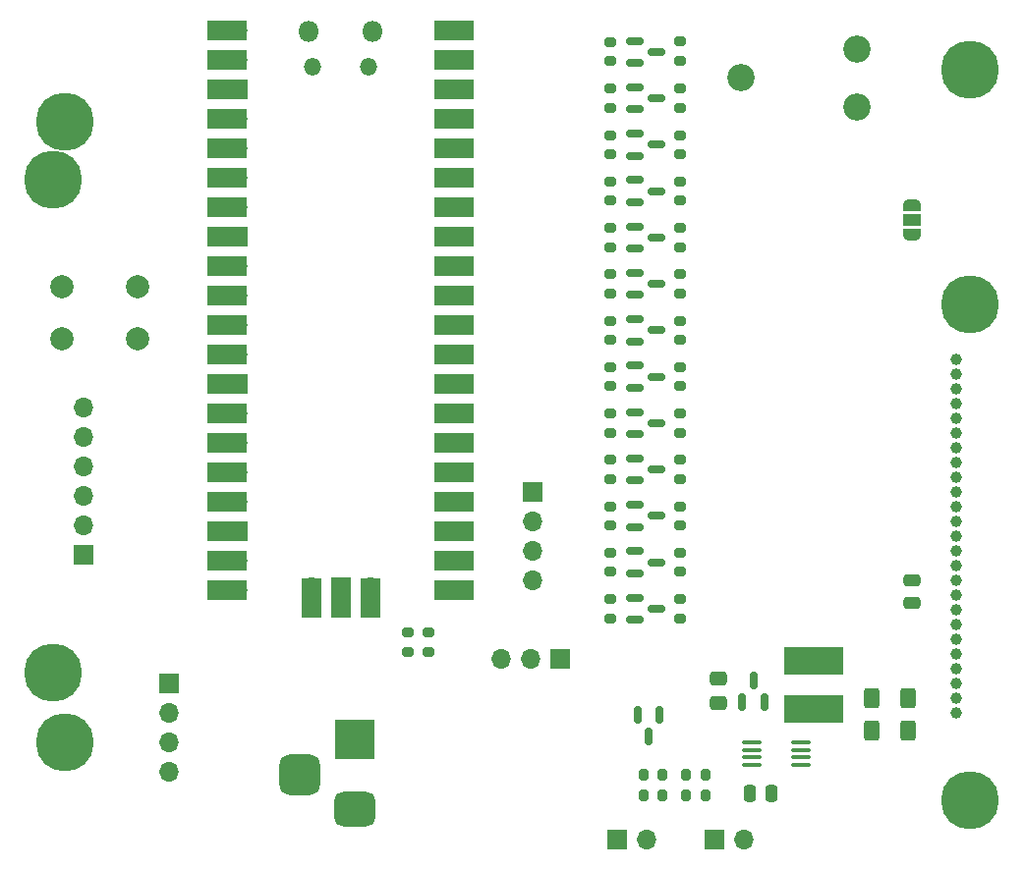
<source format=gbs>
%TF.GenerationSoftware,KiCad,Pcbnew,(6.0.7)*%
%TF.CreationDate,2023-01-31T21:17:35+00:00*%
%TF.ProjectId,dmf-5008-backpack,646d662d-3530-4303-982d-6261636b7061,rev?*%
%TF.SameCoordinates,Original*%
%TF.FileFunction,Soldermask,Bot*%
%TF.FilePolarity,Negative*%
%FSLAX46Y46*%
G04 Gerber Fmt 4.6, Leading zero omitted, Abs format (unit mm)*
G04 Created by KiCad (PCBNEW (6.0.7)) date 2023-01-31 21:17:35*
%MOMM*%
%LPD*%
G01*
G04 APERTURE LIST*
G04 Aperture macros list*
%AMRoundRect*
0 Rectangle with rounded corners*
0 $1 Rounding radius*
0 $2 $3 $4 $5 $6 $7 $8 $9 X,Y pos of 4 corners*
0 Add a 4 corners polygon primitive as box body*
4,1,4,$2,$3,$4,$5,$6,$7,$8,$9,$2,$3,0*
0 Add four circle primitives for the rounded corners*
1,1,$1+$1,$2,$3*
1,1,$1+$1,$4,$5*
1,1,$1+$1,$6,$7*
1,1,$1+$1,$8,$9*
0 Add four rect primitives between the rounded corners*
20,1,$1+$1,$2,$3,$4,$5,0*
20,1,$1+$1,$4,$5,$6,$7,0*
20,1,$1+$1,$6,$7,$8,$9,0*
20,1,$1+$1,$8,$9,$2,$3,0*%
%AMFreePoly0*
4,1,22,0.550000,-0.750000,0.000000,-0.750000,0.000000,-0.745033,-0.079941,-0.743568,-0.215256,-0.701293,-0.333266,-0.622738,-0.424486,-0.514219,-0.481581,-0.384460,-0.499164,-0.250000,-0.500000,-0.250000,-0.500000,0.250000,-0.499164,0.250000,-0.499963,0.256109,-0.478152,0.396186,-0.417904,0.524511,-0.324060,0.630769,-0.204165,0.706417,-0.067858,0.745374,0.000000,0.744959,0.000000,0.750000,
0.550000,0.750000,0.550000,-0.750000,0.550000,-0.750000,$1*%
%AMFreePoly1*
4,1,20,0.000000,0.744959,0.073905,0.744508,0.209726,0.703889,0.328688,0.626782,0.421226,0.519385,0.479903,0.390333,0.500000,0.250000,0.500000,-0.250000,0.499851,-0.262216,0.476331,-0.402017,0.414519,-0.529596,0.319384,-0.634700,0.198574,-0.708877,0.061801,-0.746166,0.000000,-0.745033,0.000000,-0.750000,-0.550000,-0.750000,-0.550000,0.750000,0.000000,0.750000,0.000000,0.744959,
0.000000,0.744959,$1*%
G04 Aperture macros list end*
%ADD10C,5.000000*%
%ADD11C,1.000000*%
%ADD12RoundRect,0.150000X-0.587500X-0.150000X0.587500X-0.150000X0.587500X0.150000X-0.587500X0.150000X0*%
%ADD13RoundRect,0.200000X0.275000X-0.200000X0.275000X0.200000X-0.275000X0.200000X-0.275000X-0.200000X0*%
%ADD14RoundRect,0.150000X-0.150000X0.587500X-0.150000X-0.587500X0.150000X-0.587500X0.150000X0.587500X0*%
%ADD15C,2.000000*%
%ADD16RoundRect,0.200000X0.200000X0.275000X-0.200000X0.275000X-0.200000X-0.275000X0.200000X-0.275000X0*%
%ADD17R,1.700000X1.700000*%
%ADD18O,1.700000X1.700000*%
%ADD19R,3.500000X3.500000*%
%ADD20RoundRect,0.750000X1.000000X-0.750000X1.000000X0.750000X-1.000000X0.750000X-1.000000X-0.750000X0*%
%ADD21RoundRect,0.875000X0.875000X-0.875000X0.875000X0.875000X-0.875000X0.875000X-0.875000X-0.875000X0*%
%ADD22RoundRect,0.200000X-0.200000X-0.275000X0.200000X-0.275000X0.200000X0.275000X-0.200000X0.275000X0*%
%ADD23RoundRect,0.250000X-0.250000X-0.475000X0.250000X-0.475000X0.250000X0.475000X-0.250000X0.475000X0*%
%ADD24RoundRect,0.250000X-0.400000X-0.625000X0.400000X-0.625000X0.400000X0.625000X-0.400000X0.625000X0*%
%ADD25RoundRect,0.250000X-0.475000X0.250000X-0.475000X-0.250000X0.475000X-0.250000X0.475000X0.250000X0*%
%ADD26C,2.340000*%
%ADD27RoundRect,0.250000X-0.475000X0.337500X-0.475000X-0.337500X0.475000X-0.337500X0.475000X0.337500X0*%
%ADD28FreePoly0,270.000000*%
%ADD29R,1.500000X1.000000*%
%ADD30FreePoly1,270.000000*%
%ADD31O,1.500000X1.500000*%
%ADD32O,1.800000X1.800000*%
%ADD33R,3.500000X1.700000*%
%ADD34R,1.700000X3.500000*%
%ADD35R,5.100000X2.350000*%
%ADD36RoundRect,0.150000X0.150000X-0.587500X0.150000X0.587500X-0.150000X0.587500X-0.150000X-0.587500X0*%
%ADD37RoundRect,0.100000X-0.712500X-0.100000X0.712500X-0.100000X0.712500X0.100000X-0.712500X0.100000X0*%
G04 APERTURE END LIST*
D10*
X105500000Y-124000000D03*
X104500000Y-75500000D03*
X183500000Y-66000000D03*
X105500000Y-70500000D03*
X104500000Y-118000000D03*
X183500000Y-129000000D03*
X183500000Y-86250000D03*
D11*
X182300000Y-121500000D03*
X182300000Y-120230000D03*
X182300000Y-118960000D03*
X182300000Y-117690000D03*
X182300000Y-116420000D03*
X182300000Y-115150000D03*
X182300000Y-113880000D03*
X182300000Y-112610000D03*
X182300000Y-111340000D03*
X182300000Y-110070000D03*
X182300000Y-108800000D03*
X182300000Y-107530000D03*
X182300000Y-106260000D03*
X182300000Y-104990000D03*
X182300000Y-103720000D03*
X182300000Y-102450000D03*
X182300000Y-101180000D03*
X182300000Y-99910000D03*
X182300000Y-98640000D03*
X182300000Y-97370000D03*
X182300000Y-96100000D03*
X182300000Y-94830000D03*
X182300000Y-93560000D03*
X182300000Y-92290000D03*
X182300000Y-91020000D03*
D12*
X154562500Y-93450000D03*
X154562500Y-91550000D03*
X156437500Y-92500000D03*
D13*
X152450000Y-101325000D03*
X152450000Y-99675000D03*
D14*
X154850000Y-121662500D03*
X156750000Y-121662500D03*
X155800000Y-123537500D03*
D15*
X111750000Y-89250000D03*
X105250000Y-89250000D03*
X105250000Y-84750000D03*
X111750000Y-84750000D03*
D13*
X152450000Y-69325000D03*
X152450000Y-67675000D03*
X158500000Y-69325000D03*
X158500000Y-67675000D03*
X158500000Y-113325000D03*
X158500000Y-111675000D03*
D16*
X156975000Y-126800000D03*
X155325000Y-126800000D03*
D17*
X145750000Y-102420000D03*
D18*
X145750000Y-104960000D03*
X145750000Y-107500000D03*
X145750000Y-110040000D03*
D13*
X152450000Y-77325000D03*
X152450000Y-75675000D03*
D17*
X161460000Y-132400000D03*
D18*
X164000000Y-132400000D03*
D19*
X130442500Y-123800000D03*
D20*
X130442500Y-129800000D03*
D21*
X125742500Y-126800000D03*
D13*
X158500000Y-105325000D03*
X158500000Y-103675000D03*
X158500000Y-101325000D03*
X158500000Y-99675000D03*
X152450000Y-109325000D03*
X152450000Y-107675000D03*
D12*
X154562500Y-81450000D03*
X154562500Y-79550000D03*
X156437500Y-80500000D03*
D13*
X158500000Y-81325000D03*
X158500000Y-79675000D03*
D22*
X159000000Y-128600000D03*
X160650000Y-128600000D03*
D13*
X136800000Y-116200000D03*
X136800000Y-114550000D03*
D23*
X164500000Y-128400000D03*
X166400000Y-128400000D03*
D12*
X154562500Y-65450000D03*
X154562500Y-63550000D03*
X156437500Y-64500000D03*
D22*
X155325000Y-128600000D03*
X156975000Y-128600000D03*
D13*
X152450000Y-89325000D03*
X152450000Y-87675000D03*
D17*
X107100000Y-107850000D03*
D18*
X107100000Y-105310000D03*
X107100000Y-102770000D03*
X107100000Y-100230000D03*
X107100000Y-97690000D03*
X107100000Y-95150000D03*
D12*
X154562500Y-89450000D03*
X154562500Y-87550000D03*
X156437500Y-88500000D03*
D13*
X152450000Y-93325000D03*
X152450000Y-91675000D03*
D12*
X154562500Y-73450000D03*
X154562500Y-71550000D03*
X156437500Y-72500000D03*
D24*
X175000000Y-120200000D03*
X178100000Y-120200000D03*
X175000000Y-123000000D03*
X178100000Y-123000000D03*
D13*
X158500000Y-65250000D03*
X158500000Y-63600000D03*
X152450000Y-81325000D03*
X152450000Y-79675000D03*
X158500000Y-73325000D03*
X158500000Y-71675000D03*
D12*
X154562500Y-77450000D03*
X154562500Y-75550000D03*
X156437500Y-76500000D03*
X154562500Y-69450000D03*
X154562500Y-67550000D03*
X156437500Y-68500000D03*
D17*
X148200000Y-116800000D03*
D18*
X145660000Y-116800000D03*
X143120000Y-116800000D03*
D25*
X178500000Y-110100000D03*
X178500000Y-112000000D03*
D12*
X154562500Y-101450000D03*
X154562500Y-99550000D03*
X156437500Y-100500000D03*
D13*
X158500000Y-109325000D03*
X158500000Y-107675000D03*
X152450000Y-65300000D03*
X152450000Y-63650000D03*
D26*
X173750000Y-69250000D03*
X163750000Y-66750000D03*
X173750000Y-64250000D03*
D27*
X161800000Y-118562500D03*
X161800000Y-120637500D03*
D13*
X158500000Y-93325000D03*
X158500000Y-91675000D03*
D16*
X160650000Y-126800000D03*
X159000000Y-126800000D03*
D12*
X154562500Y-113450000D03*
X154562500Y-111550000D03*
X156437500Y-112500000D03*
D13*
X152450000Y-105325000D03*
X152450000Y-103675000D03*
X152450000Y-85325000D03*
X152450000Y-83675000D03*
X158500000Y-85325000D03*
X158500000Y-83675000D03*
D17*
X114500000Y-118960000D03*
D18*
X114500000Y-121500000D03*
X114500000Y-124040000D03*
X114500000Y-126580000D03*
D12*
X154562500Y-85450000D03*
X154562500Y-83550000D03*
X156437500Y-84500000D03*
X154562500Y-109450000D03*
X154562500Y-107550000D03*
X156437500Y-108500000D03*
D13*
X158500000Y-77325000D03*
X158500000Y-75675000D03*
D17*
X153060000Y-132400000D03*
D18*
X155600000Y-132400000D03*
D28*
X178500000Y-77700000D03*
D29*
X178500000Y-79000000D03*
D30*
X178500000Y-80300000D03*
D31*
X131675000Y-65780000D03*
D32*
X126525000Y-62750000D03*
X131975000Y-62750000D03*
D31*
X126825000Y-65780000D03*
D18*
X138140000Y-62620000D03*
D33*
X139040000Y-62620000D03*
X139040000Y-65160000D03*
D18*
X138140000Y-65160000D03*
D17*
X138140000Y-67700000D03*
D33*
X139040000Y-67700000D03*
D18*
X138140000Y-70240000D03*
D33*
X139040000Y-70240000D03*
X139040000Y-72780000D03*
D18*
X138140000Y-72780000D03*
X138140000Y-75320000D03*
D33*
X139040000Y-75320000D03*
D18*
X138140000Y-77860000D03*
D33*
X139040000Y-77860000D03*
X139040000Y-80400000D03*
D17*
X138140000Y-80400000D03*
D33*
X139040000Y-82940000D03*
D18*
X138140000Y-82940000D03*
D33*
X139040000Y-85480000D03*
D18*
X138140000Y-85480000D03*
X138140000Y-88020000D03*
D33*
X139040000Y-88020000D03*
X139040000Y-90560000D03*
D18*
X138140000Y-90560000D03*
D33*
X139040000Y-93100000D03*
D17*
X138140000Y-93100000D03*
D33*
X139040000Y-95640000D03*
D18*
X138140000Y-95640000D03*
D33*
X139040000Y-98180000D03*
D18*
X138140000Y-98180000D03*
D33*
X139040000Y-100720000D03*
D18*
X138140000Y-100720000D03*
X138140000Y-103260000D03*
D33*
X139040000Y-103260000D03*
D17*
X138140000Y-105800000D03*
D33*
X139040000Y-105800000D03*
X139040000Y-108340000D03*
D18*
X138140000Y-108340000D03*
D33*
X139040000Y-110880000D03*
D18*
X138140000Y-110880000D03*
X120360000Y-110880000D03*
D33*
X119460000Y-110880000D03*
D18*
X120360000Y-108340000D03*
D33*
X119460000Y-108340000D03*
D17*
X120360000Y-105800000D03*
D33*
X119460000Y-105800000D03*
X119460000Y-103260000D03*
D18*
X120360000Y-103260000D03*
D33*
X119460000Y-100720000D03*
D18*
X120360000Y-100720000D03*
D33*
X119460000Y-98180000D03*
D18*
X120360000Y-98180000D03*
D33*
X119460000Y-95640000D03*
D18*
X120360000Y-95640000D03*
D33*
X119460000Y-93100000D03*
D17*
X120360000Y-93100000D03*
D33*
X119460000Y-90560000D03*
D18*
X120360000Y-90560000D03*
D33*
X119460000Y-88020000D03*
D18*
X120360000Y-88020000D03*
D33*
X119460000Y-85480000D03*
D18*
X120360000Y-85480000D03*
D33*
X119460000Y-82940000D03*
D18*
X120360000Y-82940000D03*
D17*
X120360000Y-80400000D03*
D33*
X119460000Y-80400000D03*
D18*
X120360000Y-77860000D03*
D33*
X119460000Y-77860000D03*
D18*
X120360000Y-75320000D03*
D33*
X119460000Y-75320000D03*
D18*
X120360000Y-72780000D03*
D33*
X119460000Y-72780000D03*
X119460000Y-70240000D03*
D18*
X120360000Y-70240000D03*
D33*
X119460000Y-67700000D03*
D17*
X120360000Y-67700000D03*
D33*
X119460000Y-65160000D03*
D18*
X120360000Y-65160000D03*
D33*
X119460000Y-62620000D03*
D18*
X120360000Y-62620000D03*
X131790000Y-110650000D03*
D34*
X131790000Y-111550000D03*
D17*
X129250000Y-110650000D03*
D34*
X129250000Y-111550000D03*
D18*
X126710000Y-110650000D03*
D34*
X126710000Y-111550000D03*
D12*
X154562500Y-105450000D03*
X154562500Y-103550000D03*
X156437500Y-104500000D03*
D13*
X152450000Y-73325000D03*
X152450000Y-71675000D03*
X152450000Y-97325000D03*
X152450000Y-95675000D03*
D35*
X170000000Y-117000000D03*
X170000000Y-121150000D03*
D13*
X158500000Y-89325000D03*
X158500000Y-87675000D03*
D36*
X165750000Y-120537500D03*
X163850000Y-120537500D03*
X164800000Y-118662500D03*
D13*
X158500000Y-97325000D03*
X158500000Y-95675000D03*
X135000000Y-116200000D03*
X135000000Y-114550000D03*
D37*
X164687500Y-125975000D03*
X164687500Y-125325000D03*
X164687500Y-124675000D03*
X164687500Y-124025000D03*
X168912500Y-124025000D03*
X168912500Y-124675000D03*
X168912500Y-125325000D03*
X168912500Y-125975000D03*
D12*
X154562500Y-97450000D03*
X154562500Y-95550000D03*
X156437500Y-96500000D03*
D13*
X152450000Y-113325000D03*
X152450000Y-111675000D03*
M02*

</source>
